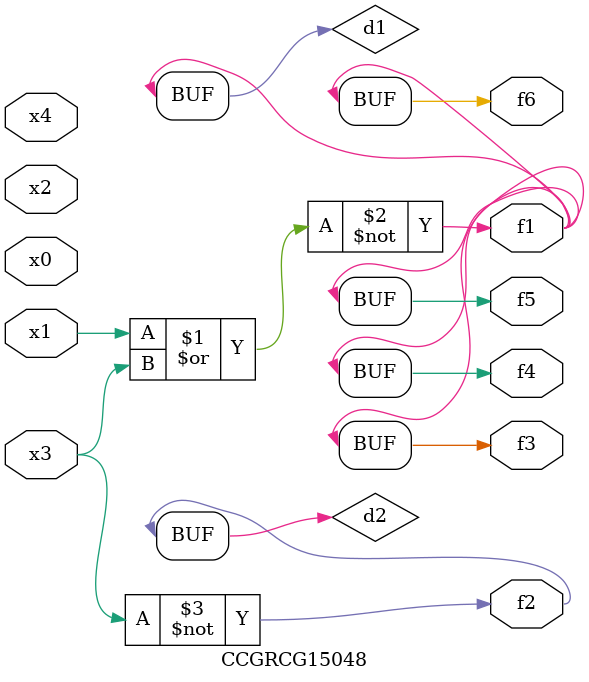
<source format=v>
module CCGRCG15048(
	input x0, x1, x2, x3, x4,
	output f1, f2, f3, f4, f5, f6
);

	wire d1, d2;

	nor (d1, x1, x3);
	not (d2, x3);
	assign f1 = d1;
	assign f2 = d2;
	assign f3 = d1;
	assign f4 = d1;
	assign f5 = d1;
	assign f6 = d1;
endmodule

</source>
